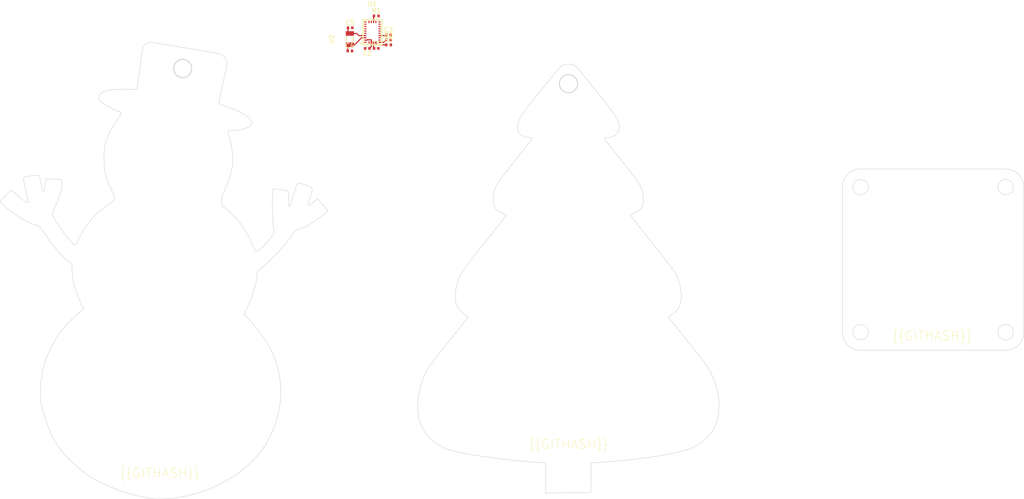
<source format=kicad_pcb>
(kicad_pcb (version 20221018) (generator pcbnew)
  (layers (0 "F.Cu" signal) (31 "B.Cu" signal) (34 "B.Paste" user) (35 "F.Paste" user) (36 "B.SilkS" user "B.Silkscreen") (37 "F.SilkS" user "F.Silkscreen") (38 "B.Mask" user) (39 "F.Mask" user) (44 "Edge.Cuts" user))
  (net 0 "")
  (net 1 "com3")
  (net 2 "gnd")
  (net 3 "ps0")
  (net 4 "ps1")
  (net 5 "pin1")
  (net 6 "vcc")
  (net 7 "pin7")
  (net 8 "pin8")
  (net 9 "cap")
  (net 10 "nreset")
  (net 11 "pin12")
  (net 12 "pin13")
  (net 13 "int")
  (net 14 "com1")
  (net 15 "com0")
  (net 16 "pin21")
  (net 17 "pin22")
  (net 18 "pin23")
  (net 19 "pin24")
  (net 20 "xout32")
  (net 21 "xin32")
  (footprint "lib:C0402" (layer "F.Cu") (at 113.095729 46.61576)
    (fp_text reference "C5" (at 0 -1.16) (layer "F.SilkS"))
    (fp_text value "Multilayer Ceramic Capacitors MLCC - SMD/SMT 20pF 50V 0402 RoHS")
    (fp_line (start -0.107836 -0.36) (end 0.107836 -0.36) (stroke (width 0.12)) (layer "F.SilkS"))
    (fp_line (start -0.107836 0.36) (end 0.107836 0.36) (stroke (width 0.12)) (layer "F.SilkS"))
    (pad "1" smd roundrect (at -0.48 0) (size 0.56 0.62) (layers "F.Cu" "F.Paste" "F.Mask") (net 20 "xout32"))
    (pad "2" smd roundrect (at 0.48 0) (size 0.56 0.62) (layers "F.Cu" "F.Paste" "F.Mask") (net 2 "gnd"))
  )
  (footprint "lib:R0402" (layer "F.Cu") (at 121.562481 50.385318)
    (fp_text reference "R3" (at 0 -1.17) (layer "F.SilkS"))
    (fp_text value "Chip Resistor - Surface Mount 10KOhms ±5% 1/16W 0402 RoHS")
    (fp_line (start -0.153641 -0.38) (end 0.153641 -0.38) (stroke (width 0.12)) (layer "F.SilkS"))
    (fp_line (start -0.153641 0.38) (end 0.153641 0.38) (stroke (width 0.12)) (layer "F.SilkS"))
    (pad "1" smd roundrect (at -0.51 0) (size 0.54 0.64) (layers "F.Cu" "F.Paste" "F.Mask") (net 4 "ps1"))
    (pad "2" smd roundrect (at 0.51 0) (size 0.54 0.64) (layers "F.Cu" "F.Paste" "F.Mask") (net 2 "gnd"))
  )
  (footprint "lib:C0402" (layer "F.Cu") (at 113.03 51.734143)
    (fp_text reference "C4" (at 0 -1.16) (layer "F.SilkS"))
    (fp_text value "Multilayer Ceramic Capacitors MLCC - SMD/SMT 20pF 50V 0402 RoHS")
    (fp_line (start -0.107836 -0.36) (end 0.107836 -0.36) (stroke (width 0.12)) (layer "F.SilkS"))
    (fp_line (start -0.107836 0.36) (end 0.107836 0.36) (stroke (width 0.12)) (layer "F.SilkS"))
    (pad "1" smd roundrect (at -0.48 0) (size 0.56 0.62) (layers "F.Cu" "F.Paste" "F.Mask") (net 21 "xin32"))
    (pad "2" smd roundrect (at 0.48 0) (size 0.56 0.62) (layers "F.Cu" "F.Paste" "F.Mask") (net 2 "gnd"))
  )
  (footprint "lib:R0402" (layer "F.Cu") (at 121.539379 49.287988)
    (fp_text reference "R2" (at 0 -1.17) (layer "F.SilkS"))
    (fp_text value "Chip Resistor - Surface Mount 10KOhms ±5% 1/16W 0402 RoHS")
    (fp_line (start -0.153641 -0.38) (end 0.153641 -0.38) (stroke (width 0.12)) (layer "F.SilkS"))
    (fp_line (start -0.153641 0.38) (end 0.153641 0.38) (stroke (width 0.12)) (layer "F.SilkS"))
    (pad "1" smd roundrect (at -0.51 0) (size 0.54 0.64) (layers "F.Cu" "F.Paste" "F.Mask") (net 3 "ps0"))
    (pad "2" smd roundrect (at 0.51 0) (size 0.54 0.64) (layers "F.Cu" "F.Paste" "F.Mask") (net 2 "gnd"))
  )
  (footprint "lib:C0402" (layer "F.Cu") (at 121.546363 48.215391)
    (fp_text reference "C3" (at 0 -1.16) (layer "F.SilkS"))
    (fp_text value "Multilayer Ceramic Capacitors MLCC - SMD/SMT 100nF 10V 0402 RoHS")
    (fp_line (start -0.107836 -0.36) (end 0.107836 -0.36) (stroke (width 0.12)) (layer "F.SilkS"))
    (fp_line (start -0.107836 0.36) (end 0.107836 0.36) (stroke (width 0.12)) (layer "F.SilkS"))
    (pad "1" smd roundrect (at -0.48 0) (size 0.56 0.62) (layers "F.Cu" "F.Paste" "F.Mask") (net 9 "cap"))
    (pad "2" smd roundrect (at 0.48 0) (size 0.56 0.62) (layers "F.Cu" "F.Paste" "F.Mask") (net 2 "gnd"))
  )
  (footprint "lib:FC-135R_L3.2-W1.5" (layer "F.Cu") (at 113.03 49.129791 90)
    (fp_text reference "U2" (at 0 -4 90) (layer "F.SilkS"))
    (fp_text value "")
    (fp_line (start -0.51 -0.76) (end 0.51 -0.76) (stroke (width 0.25)) (layer "F.SilkS"))
    (fp_line (start 0.51 0.76) (end -0.51 0.76) (stroke (width 0.25)) (layer "F.SilkS"))
    (pad "1" smd rect (at -1.25 0 180) (size 1.8 1) (layers "F.Cu" "F.Paste" "F.Mask") (net 21 "xin32"))
    (pad "2" smd rect (at 1.25 0 180) (size 1.8 1) (layers "F.Cu" "F.Paste" "F.Mask") (net 20 "xout32"))
  )
  (footprint "lib:C0402" (layer "F.Cu") (at 116.876097 51.168269 180)
    (fp_text reference "C2" (at 0 -1.16) (layer "F.SilkS"))
    (fp_text value "Multilayer Ceramic Capacitors MLCC - SMD/SMT 1uF 6.3V 0402 RoHS")
    (fp_line (start -0.107836 -0.36) (end 0.107836 -0.36) (stroke (width 0.12)) (layer "F.SilkS"))
    (fp_line (start -0.107836 0.36) (end 0.107836 0.36) (stroke (width 0.12)) (layer "F.SilkS"))
    (pad "1" smd roundrect (at -0.48 0 180) (size 0.56 0.62) (layers "F.Cu" "F.Paste" "F.Mask") (net 6 "vcc"))
    (pad "2" smd roundrect (at 0.48 0 180) (size 0.56 0.62) (layers "F.Cu" "F.Paste" "F.Mask") (net 2 "gnd"))
  )
  (footprint "lib:C0402" (layer "F.Cu") (at 118.838305 51.165434)
    (fp_text reference "C1" (at 0 -1.16) (layer "F.SilkS"))
    (fp_text value "Multilayer Ceramic Capacitors MLCC - SMD/SMT 100nF 10V 0402 RoHS")
    (fp_line (start -0.107836 -0.36) (end 0.107836 -0.36) (stroke (width 0.12)) (layer "F.SilkS"))
    (fp_line (start -0.107836 0.36) (end 0.107836 0.36) (stroke (width 0.12)) (layer "F.SilkS"))
    (pad "1" smd roundrect (at -0.48 0) (size 0.56 0.62) (layers "F.Cu" "F.Paste" "F.Mask") (net 6 "vcc"))
    (pad "2" smd roundrect (at 0.48 0) (size 0.56 0.62) (layers "F.Cu" "F.Paste" "F.Mask") (net 2 "gnd"))
  )
  (footprint "lib:LGA-28_L5.2-W3.8-P0.50-BL" (layer "F.Cu") (at 118.005 47.59)
    (fp_text reference "U1" (at 0 -6.25) (layer "F.SilkS"))
    (fp_text value "")
    (fp_line (start -2.08 -2.75) (end -2.08 2.75) (stroke (width 0.25)) (layer "F.SilkS"))
    (fp_line (start -2.08 -2.75) (end 2.09 -2.75) (stroke (width 0.25)) (layer "F.SilkS"))
    (fp_line (start -2.08 2.75) (end 2.09 2.75) (stroke (width 0.25)) (layer "F.SilkS"))
    (fp_line (start 2.09 2.75) (end 2.09 -2.75) (stroke (width 0.25)) (layer "F.SilkS"))
    (fp_circle (center -2.56 2.47) (end -2.46 2.47) (stroke (width 0.2)) (fill none) (layer "F.SilkS"))
    (pad "1" smd rect (at -1.56 2.25 90) (size 0.25 0.5) (layers "F.Cu" "F.Paste" "F.Mask") (net 5 "pin1"))
    (pad "2" smd rect (at -0.75 2.25 180) (size 0.25 0.5) (layers "F.Cu" "F.Paste" "F.Mask") (net 2 "gnd"))
    (pad "3" smd rect (at -0.25 2.25 180) (size 0.25 0.5) (layers "F.Cu" "F.Paste" "F.Mask") (net 6 "vcc"))
    (pad "4" smd rect (at 0.25 2.25 180) (size 0.25 0.5) (layers "F.Cu" "F.Paste" "F.Mask") (net 6 "vcc"))
    (pad "5" smd rect (at 0.75 2.25 180) (size 0.25 0.5) (layers "F.Cu" "F.Paste" "F.Mask") (net 4 "ps1"))
    (pad "6" smd rect (at 1.56 2.25 270) (size 0.25 0.5) (layers "F.Cu" "F.Paste" "F.Mask") (net 3 "ps0"))
    (pad "7" smd rect (at 1.56 1.75 270) (size 0.25 0.5) (layers "F.Cu" "F.Paste" "F.Mask") (net 7 "pin7"))
    (pad "8" smd rect (at 1.56 1.25 270) (size 0.25 0.5) (layers "F.Cu" "F.Paste" "F.Mask") (net 8 "pin8"))
    (pad "9" smd rect (at 1.56 0.75 270) (size 0.25 0.5) (layers "F.Cu" "F.Paste" "F.Mask") (net 9 "cap"))
    (pad "10" smd rect (at 1.56 0.25 270) (size 0.25 0.5) (layers "F.Cu" "F.Paste" "F.Mask") (net 2 "gnd"))
    (pad "11" smd rect (at 1.56 -0.25 270) (size 0.25 0.5) (layers "F.Cu" "F.Paste" "F.Mask") (net 10 "nreset"))
    (pad "12" smd rect (at 1.56 -0.75 270) (size 0.25 0.5) (layers "F.Cu" "F.Paste" "F.Mask") (net 11 "pin12"))
    (pad "13" smd rect (at 1.56 -1.25 270) (size 0.25 0.5) (layers "F.Cu" "F.Paste" "F.Mask") (net 12 "pin13"))
    (pad "14" smd rect (at 1.56 -1.75 270) (size 0.25 0.5) (layers "F.Cu" "F.Paste" "F.Mask") (net 13 "int"))
    (pad "15" smd rect (at 1.56 -2.25 270) (size 0.25 0.5) (layers "F.Cu" "F.Paste" "F.Mask") (net 2 "gnd"))
    (pad "16" smd rect (at 0.75 -2.25) (size 0.25 0.5) (layers "F.Cu" "F.Paste" "F.Mask") (net 2 "gnd"))
    (pad "17" smd rect (at 0.25 -2.25) (size 0.25 0.5) (layers "F.Cu" "F.Paste" "F.Mask") (net 1 "com3"))
    (pad "18" smd rect (at -0.25 -2.25) (size 0.25 0.5) (layers "F.Cu" "F.Paste" "F.Mask") (net 2 "gnd"))
    (pad "19" smd rect (at -0.75 -2.25) (size 0.25 0.5) (layers "F.Cu" "F.Paste" "F.Mask") (net 14 "com1"))
    (pad "20" smd rect (at -1.56 -2.25 90) (size 0.25 0.5) (layers "F.Cu" "F.Paste" "F.Mask") (net 15 "com0"))
    (pad "21" smd rect (at -1.56 -1.75 90) (size 0.25 0.5) (layers "F.Cu" "F.Paste" "F.Mask") (net 16 "pin21"))
    (pad "22" smd rect (at -1.56 -1.25 90) (size 0.25 0.5) (layers "F.Cu" "F.Paste" "F.Mask") (net 17 "pin22"))
    (pad "23" smd rect (at -1.56 -0.75 90) (size 0.25 0.5) (layers "F.Cu" "F.Paste" "F.Mask") (net 18 "pin23"))
    (pad "24" smd rect (at -1.56 -0.25 90) (size 0.25 0.5) (layers "F.Cu" "F.Paste" "F.Mask") (net 19 "pin24"))
    (pad "25" smd rect (at -1.56 0.25 90) (size 0.25 0.5) (layers "F.Cu" "F.Paste" "F.Mask") (net 2 "gnd"))
    (pad "26" smd rect (at -1.56 0.75 90) (size 0.25 0.5) (layers "F.Cu" "F.Paste" "F.Mask") (net 20 "xout32"))
    (pad "27" smd rect (at -1.56 1.25 90) (size 0.25 0.5) (layers "F.Cu" "F.Paste" "F.Mask") (net 21 "xin32"))
    (pad "28" smd rect (at -1.56 1.75 90) (size 0.25 0.5) (layers "F.Cu" "F.Paste" "F.Mask") (net 6 "vcc"))
  )
  (footprint "lib:R0402" (layer "F.Cu") (at 118.848035 43.997706)
    (fp_text reference "R1" (at 0 -1.17) (layer "F.SilkS"))
    (fp_text value "Chip Resistor - Surface Mount 10KOhms ±5% 1/16W 0402 RoHS")
    (fp_line (start -0.153641 -0.38) (end 0.153641 -0.38) (stroke (width 0.12)) (layer "F.SilkS"))
    (fp_line (start -0.153641 0.38) (end 0.153641 0.38) (stroke (width 0.12)) (layer "F.SilkS"))
    (pad "1" smd roundrect (at -0.51 0) (size 0.54 0.64) (layers "F.Cu" "F.Paste" "F.Mask") (net 1 "com3"))
    (pad "2" smd roundrect (at 0.51 0) (size 0.54 0.64) (layers "F.Cu" "F.Paste" "F.Mask") (net 2 "gnd"))
  )
  (gr_circle (center 225.62 81.79) (end 227.32 81.79) (stroke (width 0.1)) (fill none) (layer "Edge.Cuts"))
  (gr_circle (center 257.62 113.79) (end 259.32 113.79) (stroke (width 0.1)) (fill none) (layer "Edge.Cuts"))
  (gr_circle (center 257.62 81.79) (end 259.32 81.79) (stroke (width 0.1)) (fill none) (layer "Edge.Cuts"))
  (gr_poly (pts (xy 75.142222 50.797022) (xy 79.756606 51.568267) (xy 82.366969 51.99203) (xy 83.019066 52.095762) (xy 83.303876 52.146979) (xy 83.563537 52.198618) (xy 83.799806 52.251323) (xy 84.01444 52.305736) (xy 84.209196 52.362498) (xy 84.385831 52.422252) (xy 84.546102 52.485641) (xy 84.691766 52.553306) (xy 84.824581 52.62589) (xy 84.946303 52.704035) (xy 85.05869 52.788383) (xy 85.163499 52.879577) (xy 85.262486 52.978258) (xy 85.357409 53.08507) (xy 85.479286 53.234958) (xy 85.586233 53.378736) (xy 85.634185 53.44915) (xy 85.678498 53.519015) (xy 85.719202 53.588656) (xy 85.75633 53.658402) (xy 85.789911 53.728576) (xy 85.819976 53.799506) (xy 85.846558 53.871517) (xy 85.869686 53.944936) (xy 85.889392 54.020089) (xy 85.905707 54.097301) (xy 85.918662 54.176899) (xy 85.928287 54.259209) (xy 85.934615 54.344557) (xy 85.937675 54.433269) (xy 85.937499 54.525672) (xy 85.934119 54.62209) (xy 85.927564 54.722851) (xy 85.917866 54.82828) (xy 85.889166 55.054449) (xy 85.848266 55.303204) (xy 85.795414 55.577155) (xy 85.730859 55.878909) (xy 85.654849 56.211077) (xy 84.878546 59.55341) (xy 84.657875 60.550977) (xy 84.450892 61.532488) (xy 84.331406 62.116419) (xy 84.229648 62.629765) (xy 84.15639 63.017063) (xy 84.122409 63.222849) (xy 84.123062 63.236814) (xy 84.127967 63.251873) (xy 84.137065 63.268001) (xy 84.150302 63.285171) (xy 84.167619 63.303357) (xy 84.188962 63.322534) (xy 84.214273 63.342674) (xy 84.243497 63.363751) (xy 84.313454 63.408613) (xy 84.398381 63.456909) (xy 84.497828 63.50843) (xy 84.611342 63.562966) (xy 84.738473 63.620306) (xy 84.878767 63.680241) (xy 85.031775 63.742561) (xy 85.197043 63.807056) (xy 85.374121 63.873515) (xy 85.562558 63.94173) (xy 85.7619 64.011489) (xy 85.971698 64.082583) (xy 86.585981 64.296029) (xy 87.172975 64.516947) (xy 87.730729 64.744054) (xy 88.257293 64.976069) (xy 88.75072 65.211708) (xy 89.209058 65.449689) (xy 89.63036 65.68873) (xy 90.012676 65.927548) (xy 90.354056 66.16486) (xy 90.652552 66.399385) (xy 90.906214 66.629839) (xy 91.113092 66.85494) (xy 91.271238 67.073405) (xy 91.378702 67.283953) (xy 91.412819 67.385857) (xy 91.433535 67.485301) (xy 91.440605 67.582123) (xy 91.433787 67.676165) (xy 91.41712 67.753004) (xy 91.390362 67.829368) (xy 91.35383 67.905131) (xy 91.307839 67.980165) (xy 91.252707 68.054343) (xy 91.188749 68.12754) (xy 91.116281 68.199626) (xy 91.03562 68.270477) (xy 90.947082 68.339964) (xy 90.850984 68.407961) (xy 90.747641 68.47434) (xy 90.637371 68.538975) (xy 90.520488 68.601739) (xy 90.39731 68.662505) (xy 90.268153 68.721145) (xy 90.133332 68.777534) (xy 89.993165 68.831543) (xy 89.847967 68.883047) (xy 89.543745 68.978027) (xy 89.223197 69.06146) (xy 88.888852 69.132329) (xy 88.54324 69.189618) (xy 88.188892 69.232313) (xy 88.009232 69.24787) (xy 87.828337 69.259397) (xy 87.646523 69.266767) (xy 87.464106 69.269854) (xy 87.202959 69.272042) (xy 86.97453 69.277492) (xy 86.777472 69.288473) (xy 86.690288 69.296746) (xy 86.610443 69.307253) (xy 86.537768 69.320276) (xy 86.472096 69.3361) (xy 86.413258 69.355009) (xy 86.361087 69.377285) (xy 86.315414 69.403211) (xy 86.276071 69.433073) (xy 86.24289 69.467154) (xy 86.215703 69.505736) (xy 86.194342 69.549103) (xy 86.178638 69.59754) (xy 86.168424 69.65133) (xy 86.163532 69.710755) (xy 86.163793 69.776101) (xy 86.169039 69.847649) (xy 86.179102 69.925685) (xy 86.193814 70.010491) (xy 86.236514 70.20155) (xy 86.295792 70.423093) (xy 86.370304 70.677389) (xy 86.458705 70.966708) (xy 86.582128 71.384478) (xy 86.694998 71.803093) (xy 86.797211 72.221567) (xy 86.888665 72.638919) (xy 86.969257 73.054166) (xy 87.038885 73.466323) (xy 87.097447 73.874409) (xy 87.144838 74.277439) (xy 87.180958 74.674432) (xy 87.205702 75.064404) (xy 87.21897 75.446371) (xy 87.220657 75.819352) (xy 87.210662 76.182361) (xy 87.188881 76.534418) (xy 87.155212 76.874538) (xy 87.109553 77.201739) (xy 86.986123 77.871628) (xy 86.830027 78.558912) (xy 86.643845 79.255662) (xy 86.430157 79.953949) (xy 86.19154 80.645848) (xy 85.930575 81.323429) (xy 85.649841 81.978766) (xy 85.351916 82.60393) (xy 85.189192 82.938586) (xy 85.118752 83.093315) (xy 85.055229 83.240939) (xy 84.998352 83.382431) (xy 84.947849 83.518761) (xy 84.903447 83.650903) (xy 84.864875 83.779828) (xy 84.831859 83.906506) (xy 84.804129 84.031911) (xy 84.781412 84.157013) (xy 84.763435 84.282785) (xy 84.749927 84.410197) (xy 84.740615 84.540223) (xy 84.735228 84.673833) (xy 84.733493 84.811999) (xy 84.736223 85.129082) (xy 84.741369 85.261496) (xy 84.750575 85.379459) (xy 84.764997 85.485194) (xy 84.774524 85.534172) (xy 84.785789 85.580928) (xy 84.798934 85.625739) (xy 84.814106 85.668884) (xy 84.831447 85.710641) (xy 84.851104 85.751288) (xy 84.873219 85.791103) (xy 84.897937 85.830364) (xy 84.925403 85.869349) (xy 84.955761 85.908337) (xy 84.989155 85.947605) (xy 85.02573 85.987432) (xy 85.109 86.069873) (xy 85.206725 86.157886) (xy 85.320061 86.253696) (xy 85.598185 86.477602) (xy 86.096863 86.886277) (xy 86.577755 87.306529) (xy 87.04138 87.739064) (xy 87.488258 88.184586) (xy 87.918909 88.6438) (xy 88.333852 89.117412) (xy 88.733607 89.606125) (xy 89.118694 90.110646) (xy 89.489632 90.631678) (xy 89.846941 91.169927) (xy 90.19114 91.726098) (xy 90.52275 92.300895) (xy 90.84229 92.895024) (xy 91.150279 93.509189) (xy 91.447237 94.144095) (xy 91.733683 94.800448) (xy 91.84059 95.047283) (xy 91.945802 95.277558) (xy 92.046625 95.486234) (xy 92.140364 95.668271) (xy 92.224324 95.818627) (xy 92.295813 95.932265) (xy 92.326039 95.973739) (xy 92.352136 96.004143) (xy 92.373767 96.022848) (xy 92.382804 96.027616) (xy 92.390597 96.029223) (xy 92.399173 96.028006) (xy 92.410522 96.024397) (xy 92.441219 96.010237) (xy 92.482045 95.987221) (xy 92.53236 95.955824) (xy 92.591521 95.916524) (xy 92.658887 95.869798) (xy 92.815666 95.755976) (xy 92.997564 95.618173) (xy 93.199447 95.460204) (xy 93.416182 95.285885) (xy 93.642634 95.099032) (xy 93.891007 94.882848) (xy 94.141366 94.648628) (xy 94.390948 94.400061) (xy 94.636991 94.140836) (xy 94.87673 93.874641) (xy 95.107403 93.605164) (xy 95.326247 93.336095) (xy 95.530498 93.071122) (xy 95.717394 92.813933) (xy 95.884171 92.568218) (xy 96.028066 92.337665) (xy 96.146316 92.125962) (xy 96.236159 91.936798) (xy 96.294829 91.773863) (xy 96.311612 91.703383) (xy 96.319566 91.640844) (xy 96.318345 91.586706) (xy 96.307605 91.54143) (xy 96.264441 91.378418) (xy 96.221593 91.121805) (xy 96.138989 90.373142) (xy 96.064068 89.386161) (xy 96.001109 88.251583) (xy 95.954389 87.060129) (xy 95.928186 85.902519) (xy 95.926777 84.869474) (xy 95.95444 84.051714) (xy 96.07471 82.177477) (xy 97.36716 82.304781) (xy 98.13507 82.379263) (xy 98.441266 82.413109) (xy 98.700599 82.449744) (xy 98.916803 82.492956) (xy 99.009898 82.518212) (xy 99.09361 82.546534) (xy 99.168406 82.578395) (xy 99.234753 82.614268) (xy 99.293117 82.654627) (xy 99.343964 82.699946) (xy 99.387763 82.750698) (xy 99.424978 82.807357) (xy 99.456076 82.870396) (xy 99.481525 82.94029) (xy 99.501791 83.017511) (xy 99.51734 83.102533) (xy 99.536155 83.297877) (xy 99.541702 83.530109) (xy 99.537716 83.803018) (xy 99.51607 84.486025) (xy 99.501811 85.019341) (xy 99.495778 85.429631) (xy 99.49953 85.727933) (xy 99.505563 85.838537) (xy 99.514626 85.925284) (xy 99.526915 85.989553) (xy 99.542625 86.032723) (xy 99.551823 86.046828) (xy 99.56195 86.056175) (xy 99.573029 86.060938) (xy 99.585085 86.061289) (xy 99.612224 86.049443) (xy 99.643564 86.022019) (xy 99.679299 85.980395) (xy 99.719623 85.925951) (xy 99.770963 85.835961) (xy 99.83738 85.6921) (xy 100.00736 85.267042) (xy 100.213404 84.699332) (xy 100.439353 84.037526) (xy 100.669049 83.330178) (xy 100.886332 82.625845) (xy 101.075044 81.973082) (xy 101.219027 81.420443) (xy 101.232451 81.367288) (xy 101.246658 81.317349) (xy 101.261814 81.270604) (xy 101.278084 81.227032) (xy 101.295634 81.186611) (xy 101.314631 81.149321) (xy 101.33524 81.115138) (xy 101.357628 81.084043) (xy 101.381959 81.056013) (xy 101.4084 81.031027) (xy 101.437117 81.009064) (xy 101.468275 80.990102) (xy 101.502041 80.974119) (xy 101.538581 80.961095) (xy 101.578059 80.951007) (xy 101.620643 80.943835) (xy 101.666497 80.939556) (xy 101.715788 80.938149) (xy 101.768682 80.939594) (xy 101.825345 80.943867) (xy 101.885942 80.950949) (xy 101.950639 80.960817) (xy 102.019603 80.97345) (xy 102.092998 80.988826) (xy 102.170992 81.006924) (xy 102.253749 81.027723) (xy 102.434219 81.077337) (xy 102.635734 81.137495) (xy 102.859622 81.208025) (xy 103.581471 81.438726) (xy 103.868146 81.535185) (xy 104.108644 81.625316) (xy 104.212356 81.669476) (xy 104.305459 81.713816) (xy 104.388264 81.758923) (xy 104.461082 81.805384) (xy 104.524226 81.853787) (xy 104.578006 81.904719) (xy 104.622735 81.958768) (xy 104.658725 82.01652) (xy 104.686285 82.078563) (xy 104.705729 82.145484) (xy 104.717368 82.217871) (xy 104.721513 82.296311) (xy 104.718476 82.381392) (xy 104.708568 82.4737) (xy 104.692102 82.573823) (xy 104.669388 82.682348) (xy 104.606464 82.926954) (xy 104.522289 83.212218) (xy 104.300158 83.92351) (xy 104.076968 84.658354) (xy 103.993442 84.95378) (xy 103.929762 85.203046) (xy 103.886777 85.407528) (xy 103.865337 85.568604) (xy 103.862962 85.633296) (xy 103.866292 85.687652) (xy 103.875434 85.731846) (xy 103.890492 85.766049) (xy 103.911574 85.790433) (xy 103.938786 85.805172) (xy 103.972234 85.810436) (xy 104.012025 85.806398) (xy 104.058263 85.79323) (xy 104.111056 85.771105) (xy 104.236732 85.700671) (xy 104.3899 85.596472) (xy 104.571411 85.459887) (xy 105.02286 85.095065) (xy 105.918216 84.355181) (xy 106.388476 84.86751) (xy 106.496975 84.987739) (xy 106.625318 85.133369) (xy 106.92254 85.478508) (xy 107.242155 85.858286) (xy 107.546176 86.22806) (xy 108.2336 87.076296) (xy 106.72333 88.254687) (xy 106.031007 88.783192) (xy 105.392025 89.245391) (xy 105.089314 89.453516) (xy 104.796071 89.647331) (xy 104.511007 89.827593) (xy 104.232833 89.995056) (xy 103.960259 90.150478) (xy 103.691998 90.294613) (xy 103.426759 90.428217) (xy 103.163254 90.552046) (xy 102.900193 90.666855) (xy 102.636288 90.773401) (xy 102.370249 90.872439) (xy 102.100787 90.964724) (xy 101.955978 91.013649) (xy 101.818902 91.062832) (xy 101.689432 91.112348) (xy 101.567439 91.162273) (xy 101.452795 91.212683) (xy 101.345371 91.263651) (xy 101.245039 91.315254) (xy 101.151671 91.367567) (xy 101.065138 91.420665) (xy 100.985313 91.474624) (xy 100.912065 91.529517) (xy 100.845269 91.585421) (xy 100.784794 91.642412) (xy 100.730512 91.700563) (xy 100.682296 91.759951) (xy 100.640017 91.82065) (xy 100.313962 92.312951) (xy 99.958065 92.82026) (xy 99.575318 93.339289) (xy 99.168711 93.866747) (xy 98.741234 94.399346) (xy 98.295878 94.933795) (xy 97.835635 95.466804) (xy 97.363494 95.995083) (xy 96.882446 96.515343) (xy 96.395482 97.024295) (xy 95.905593 97.518647) (xy 95.415769 97.995111) (xy 94.929002 98.450396) (xy 94.44828 98.881213) (xy 93.976596 99.284272) (xy 93.51694 99.656283) (xy 93.364132 99.777198) (xy 93.228349 99.887118) (xy 93.108601 99.987555) (xy 93.003899 100.080022) (xy 92.913256 100.166032) (xy 92.835682 100.247098) (xy 92.770188 100.324733) (xy 92.741662 100.362737) (xy 92.715786 100.40045) (xy 92.692435 100.438062) (xy 92.671487 100.475762) (xy 92.652817 100.513738) (xy 92.636302 100.552181) (xy 92.621819 100.591279) (xy 92.609244 100.631221) (xy 92.589322 100.714395) (xy 92.575548 100.803215) (xy 92.566934 100.899195) (xy 92.56249 101.003847) (xy 92.561229 101.118685) (xy 92.548214 101.459191) (xy 92.510172 101.840399) (xy 92.448603 102.257479) (xy 92.365007 102.705605) (xy 92.260885 103.179948) (xy 92.137739 103.675679) (xy 91.997068 104.187971) (xy 91.840373 104.711996) (xy 91.669155 105.242926) (xy 91.484915 105.775933) (xy 91.289154 106.306188) (xy 91.083372 106.828864) (xy 90.86907 107.339132) (xy 90.647749 107.832164) (xy 90.420909 108.303133) (xy 90.190051 108.74721) (xy 89.658061 109.729433) (xy 90.799319 111.025652) (xy 91.552256 111.894452) (xy 92.247519 112.726345) (xy 92.887901 113.52649) (xy 93.476195 114.300047) (xy 94.015193 115.052178) (xy 94.507688 115.788042) (xy 94.956473 116.5128) (xy 95.364341 117.231612) (xy 95.734083 117.949638) (xy 96.068493 118.672038) (xy 96.370364 119.403974) (xy 96.642488 120.150605) (xy 96.887657 120.917091) (xy 97.108665 121.708593) (xy 97.308304 122.530271) (xy 97.489367 123.387286) (xy 97.659586 124.435519) (xy 97.764545 125.512723) (xy 97.805707 126.613102) (xy 97.784533 127.73086) (xy 97.702485 128.860202) (xy 97.561026 129.995332) (xy 97.361618 131.130454) (xy 97.105722 132.259774) (xy 96.794801 133.377494) (xy 96.430316 134.47782) (xy 96.01373 135.554956) (xy 95.546505 136.603107) (xy 95.030102 137.616476) (xy 94.465984 138.589268) (xy 93.855613 139.515689) (xy 93.20045 140.389941) (xy 92.386005 141.350273) (xy 91.510226 142.273552) (xy 90.576227 143.158109) (xy 89.587122 144.002278) (xy 88.546024 144.80439) (xy 87.456048 145.562779) (xy 86.320308 146.275777) (xy 85.141916 146.941716) (xy 83.923988 147.558929) (xy 82.669636 148.125749) (xy 81.381976 148.640508) (xy 80.06412 149.101539) (xy 78.719182 149.507174) (xy 77.350277 149.855747) (xy 75.960518 150.145589) (xy 74.553019 150.375033) (xy 73.862872 150.459306) (xy 73.131633 150.525975) (xy 72.383923 150.574372) (xy 71.644361 150.603827) (xy 70.93757 150.613671) (xy 70.288169 150.603235) (xy 69.720779 150.57185) (xy 69.475532 150.548093) (xy 69.26002 150.518847) (xy 69.260051 150.518832) (xy 67.831835 150.262486) (xy 66.416949 149.953785) (xy 65.016193 149.592984) (xy 63.630368 149.180338) (xy 62.260274 148.716103) (xy 60.90671 148.200532) (xy 59.570477 147.633881) (xy 58.252375 147.016405) (xy 57.283074 146.528505) (xy 56.847829 146.298277) (xy 56.438641 146.072324) (xy 56.050351 145.846994) (xy 55.6778 145.618633) (xy 55.315827 145.383588) (xy 54.959273 145.138205) (xy 54.602979 144.87883) (xy 54.241783 144.601811) (xy 53.870528 144.303492) (xy 53.484054 143.980222) (xy 52.644807 143.244211) (xy 51.682765 142.36455) (xy 51.097036 141.804159) (xy 50.54538 141.238954) (xy 50.025658 140.665073) (xy 49.535731 140.078649) (xy 49.07346 139.475819) (xy 48.636705 138.852719) (xy 48.223328 138.205483) (xy 47.831189 137.530249) (xy 47.458149 136.823151) (xy 47.10207 136.080325) (xy 46.760812 135.297907) (xy 46.432236 134.472032) (xy 46.114202 133.598836) (xy 45.804573 132.674455) (xy 45.501208 131.695024) (xy 45.201968 130.656679) (xy 45.078569 130.147371) (xy 44.978794 129.594224) (xy 44.90231 129.00242) (xy 44.848785 128.377144) (xy 44.817886 127.723579) (xy 44.809281 127.046907) (xy 44.822637 126.352311) (xy 44.857621 125.644974) (xy 44.913901 124.93008) (xy 44.991145 124.212811) (xy 45.089019 123.498351) (xy 45.207191 122.791883) (xy 45.345328 122.098589) (xy 45.503099 121.423652) (xy 45.68017 120.772256) (xy 45.876208 120.149584) (xy 46.005143 119.787909) (xy 46.154924 119.401263) (xy 46.508073 118.570286) (xy 46.917749 117.69111) (xy 47.366047 116.79819) (xy 47.83506 115.92598) (xy 48.306883 115.108937) (xy 48.76361 114.381515) (xy 48.980717 114.062179) (xy 49.187335 113.77817) (xy 49.387433 113.519297) (xy 49.599256 113.255538) (xy 50.056372 112.715109) (xy 50.555279 112.160374) (xy 51.092575 111.594824) (xy 51.664855 111.021952) (xy 52.268718 110.445248) (xy 52.900758 109.868205) (xy 53.557574 109.294314) (xy 54.329783 108.634142) (xy 53.616031 107.110232) (xy 53.390001 106.6154) (xy 53.179365 106.128819) (xy 52.984012 105.650049) (xy 52.803829 105.178652) (xy 52.638704 104.71419) (xy 52.488525 104.256224) (xy 52.353181 103.804315) (xy 52.232559 103.358025) (xy 52.126547 102.916915) (xy 52.035034 102.480548) (xy 51.957906 102.048484) (xy 51.895053 101.620284) (xy 51.846363 101.195511) (xy 51.811722 100.773726) (xy 51.79102 100.35449) (xy 51.784144 99.937365) (xy 51.780657 99.620612) (xy 51.776007 99.482669) (xy 51.769161 99.357285) (xy 51.759927 99.243666) (xy 51.748111 99.141014) (xy 51.733519 99.048534) (xy 51.715958 98.96543) (xy 51.695233 98.890904) (xy 51.671153 98.824161) (xy 51.643523 98.764406) (xy 51.612149 98.71084) (xy 51.576839 98.662669) (xy 51.537399 98.619096) (xy 51.493635 98.579325) (xy 51.445353 98.542559) (xy 51.149902 98.324092) (xy 50.839064 98.073347) (xy 50.514896 97.792628) (xy 50.179453 97.484238) (xy 49.834791 97.150482) (xy 49.482966 96.793665) (xy 49.126033 96.41609) (xy 48.766047 96.020062) (xy 48.405065 95.607885) (xy 48.045142 95.181864) (xy 47.688333 94.744302) (xy 47.336694 94.297504) (xy 46.992281 93.843774) (xy 46.657149 93.385417) (xy 46.333354 92.924737) (xy 46.022952 92.464037) (xy 45.611719 91.844971) (xy 45.279782 91.362091) (xy 45.137757 91.165551) (xy 45.008606 90.995655) (xy 44.89001 90.849933) (xy 44.779654 90.725918) (xy 44.675221 90.621143) (xy 44.574392 90.533138) (xy 44.474852 90.459437) (xy 44.374284 90.397571) (xy 44.27037 90.345073) (xy 44.160793 90.299474) (xy 44.043237 90.258307) (xy 43.915385 90.219103) (xy 43.593888 90.117525) (xy 43.255864 89.996009) (xy 42.903268 89.855657) (xy 42.538058 89.697573) (xy 42.162189 89.522858) (xy 41.777618 89.332616) (xy 41.386301 89.127951) (xy 40.990194 88.909964) (xy 40.591254 88.679759) (xy 40.191438 88.438438) (xy 39.792701 88.187105) (xy 39.396999 87.926862) (xy 39.00629 87.658812) (xy 38.622529 87.384058) (xy 38.247673 87.103703) (xy 37.883677 86.81885) (xy 37.49456 86.502783) (xy 37.131548 86.199554) (xy 36.802586 85.916398) (xy 36.515619 85.660548) (xy 36.278593 85.439239) (xy 36.099452 85.259705) (xy 36.034071 85.187865) (xy 35.986141 85.129182) (xy 35.956654 85.08456) (xy 35.946605 85.054903) (xy 35.948192 85.042433) (xy 35.952903 85.026953) (xy 35.971384 84.987332) (xy 36.001425 84.936776) (xy 36.042403 84.876021) (xy 36.093695 84.805804) (xy 36.154681 84.726859) (xy 36.224736 84.639924) (xy 36.303239 84.545735) (xy 36.389567 84.445026) (xy 36.483097 84.338536) (xy 36.689276 84.11115) (xy 36.916796 83.869466) (xy 37.037003 83.745102) (xy 37.160678 83.619372) (xy 38.374759 82.395922) (xy 39.365809 83.301684) (xy 39.814301 83.698656) (xy 40.266196 84.075272) (xy 40.704205 84.419302) (xy 41.111041 84.718514) (xy 41.469414 84.960676) (xy 41.625024 85.056541) (xy 41.762035 85.133557) (xy 41.878286 85.190195) (xy 41.971615 85.224926) (xy 42.039863 85.236222) (xy 42.063905 85.232603) (xy 42.080867 85.222552) (xy 42.085566 85.215268) (xy 42.089233 85.203934) (xy 42.093537 85.169549) (xy 42.093921 85.120268) (xy 42.090523 85.056964) (xy 42.083485 84.98051) (xy 42.072948 84.891778) (xy 42.059051 84.79164) (xy 42.041937 84.68097) (xy 41.998614 84.43152) (xy 41.944105 84.150408) (xy 41.879534 83.844615) (xy 41.806025 83.52112) (xy 41.578977 82.541169) (xy 41.399614 81.732306) (xy 41.265507 81.079136) (xy 41.174225 80.56626) (xy 41.123338 80.17828) (xy 41.112283 80.026315) (xy 41.110416 79.899799) (xy 41.117432 79.796809) (xy 41.133029 79.71542) (xy 41.156901 79.653706) (xy 41.188746 79.609743) (xy 41.213078 79.592846) (xy 41.252556 79.575085) (xy 41.372962 79.537437) (xy 41.541984 79.497733) (xy 41.751641 79.456905) (xy 42.26094 79.37561) (xy 42.837013 79.301016) (xy 43.416018 79.240586) (xy 43.934111 79.201782) (xy 44.150364 79.192822) (xy 44.327447 79.192067) (xy 44.45738 79.20045) (xy 44.532183 79.218905) (xy 44.538527 79.223215) (xy 44.545097 79.229471) (xy 44.551878 79.23762) (xy 44.558855 79.247608) (xy 44.573336 79.272888) (xy 44.588416 79.304879) (xy 44.603974 79.343154) (xy 44.619887 79.387282) (xy 44.636031 79.436835) (xy 44.652284 79.491383) (xy 44.668525 79.550496) (xy 44.684629 79.613746) (xy 44.700475 79.680703) (xy 44.715939 79.750937) (xy 44.7309 79.82402) (xy 44.745234 79.899521) (xy 44.75882 79.977012) (xy 44.771533 80.056063) (xy 44.946351 81.130774) (xy 45.025944 81.564983) (xy 45.101061 81.931234) (xy 45.172253 82.230134) (xy 45.24007 82.462288) (xy 45.305063 82.628302) (xy 45.336673 82.686696) (xy 45.367783 82.728781) (xy 45.398463 82.754634) (xy 45.428781 82.764331) (xy 45.458807 82.757947) (xy 45.488608 82.735557) (xy 45.518254 82.697238) (xy 45.547814 82.643066) (xy 45.606951 82.487462) (xy 45.666568 82.269351) (xy 45.727218 81.98934) (xy 45.78945 81.648032) (xy 45.853816 81.246035) (xy 46.055377 79.918581) (xy 47.417926 79.96628) (xy 48.109143 79.993687) (xy 48.392021 80.009194) (xy 48.636741 80.027435) (xy 48.846051 80.049559) (xy 49.022696 80.076715) (xy 49.169424 80.110051) (xy 49.288982 80.150717) (xy 49.339431 80.174158) (xy 49.384117 80.199861) (xy 49.423385 80.227972) (xy 49.457577 80.258632) (xy 49.487036 80.291987) (xy 49.512107 80.32818) (xy 49.533132 80.367353) (xy 49.550455 80.409652) (xy 49.575367 80.504197) (xy 49.589592 80.612965) (xy 49.595876 80.737105) (xy 49.596965 80.877764) (xy 49.590289 81.099803) (xy 49.571905 81.336737) (xy 49.542029 81.587807) (xy 49.500879 81.852253) (xy 49.448672 82.129318) (xy 49.385623 82.418243) (xy 49.311951 82.718269) (xy 49.227873 83.028637) (xy 49.133604 83.34859) (xy 49.029362 83.677367) (xy 48.915364 84.014212) (xy 48.791827 84.358364) (xy 48.658967 84.709065) (xy 48.517002 85.065558) (xy 48.366148 85.427082) (xy 48.206622 85.792879) (xy 47.949769 86.374791) (xy 47.755997 86.832451) (xy 47.68104 87.021721) (xy 47.619784 87.188367) (xy 47.571537 87.335205) (xy 47.535609 87.465048) (xy 47.511311 87.580709) (xy 47.497952 87.685002) (xy 47.494842 87.78074) (xy 47.501291 87.870737) (xy 47.516609 87.957807) (xy 47.540106 88.044763) (xy 47.571091 88.134418) (xy 47.608874 88.229586) (xy 47.761079 88.551834) (xy 47.975096 88.939463) (xy 48.241913 89.380584) (xy 48.55252 89.863307) (xy 49.269066 90.905997) (xy 50.052651 91.972411) (xy 50.831193 92.967426) (xy 51.196047 93.408433) (xy 51.532609 93.795921) (xy 51.831869 94.117998) (xy 52.084818 94.362774) (xy 52.282443 94.518359) (xy 52.357694 94.558989) (xy 52.415736 94.572863) (xy 52.426811 94.571375) (xy 52.439084 94.56696) (xy 52.452509 94.559691) (xy 52.467041 94.549641) (xy 52.482633 94.536883) (xy 52.499239 94.521489) (xy 52.516813 94.503532) (xy 52.535309 94.483086) (xy 52.574881 94.435018) (xy 52.617586 94.377866) (xy 52.663055 94.312214) (xy 52.710918 94.238646) (xy 52.760808 94.157745) (xy 52.812354 94.070093) (xy 52.865187 93.976276) (xy 52.918939 93.876875) (xy 52.97324 93.772474) (xy 53.02772 93.663657) (xy 53.082012 93.551007) (xy 53.135745 93.435107) (xy 53.405424 92.869327) (xy 53.69623 92.311615) (xy 54.007442 91.76282) (xy 54.338342 91.223792) (xy 54.688208 90.695381) (xy 55.05632 90.178436) (xy 55.441958 89.673808) (xy 55.844402 89.182347) (xy 56.262932 88.704901) (xy 56.696828 88.242322) (xy 57.145369 87.795459) (xy 57.607836 87.365163) (xy 58.083508 86.952281) (xy 58.571665 86.557666) (xy 59.071586 86.182166) (xy 59.582553 85.826632) (xy 59.914962 85.598282) (xy 60.214172 85.3804) (xy 60.477869 85.17504) (xy 60.595674 85.077698) (xy 60.703732 84.984257) (xy 60.801753 84.894974) (xy 60.889447 84.810106) (xy 60.966524 84.72991) (xy 61.032694 84.654642) (xy 61.087669 84.584559) (xy 61.131158 84.519919) (xy 61.162872 84.460977) (xy 61.182521 84.407992) (xy 61.189444 84.378526) (xy 61.194656 84.347449) (xy 61.198136 84.314702) (xy 61.199864 84.280227) (xy 61.197977 84.205863) (xy 61.188829 84.123892) (xy 61.172254 84.033852) (xy 61.148084 83.935279) (xy 61.116154 83.82771) (xy 61.076297 83.71068) (xy 61.028345 83.583727) (xy 60.972134 83.446388) (xy 60.907495 83.298197) (xy 60.834263 83.138693) (xy 60.75227 82.967412) (xy 60.661351 82.783889) (xy 60.561339 82.587662) (xy 60.452067 82.378268) (xy 60.237971 81.961359) (xy 60.041673 81.555601) (xy 59.862568 81.158484) (xy 59.700049 80.767498) (xy 59.553508 80.380135) (xy 59.422339 79.993885) (xy 59.305935 79.60624) (xy 59.203689 79.21469) (xy 59.114995 78.816725) (xy 59.039245 78.409838) (xy 58.975833 77.991518) (xy 58.924151 77.559256) (xy 58.883594 77.110544) (xy 58.853553 76.642872) (xy 58.833423 76.153731) (xy 58.822596 75.640612) (xy 58.82378 75.019765) (xy 58.843433 74.425285) (xy 58.882591 73.854032) (xy 58.942291 73.302869) (xy 59.023569 72.768658) (xy 59.127459 72.248262) (xy 59.255 71.738542) (xy 59.407225 71.236361) (xy 59.585172 70.73858) (xy 59.789877 70.242062) (xy 60.022374 69.743669) (xy 60.283701 69.240263) (xy 60.574893 68.728705) (xy 60.896986 68.205859) (xy 61.251015 67.668586) (xy 61.638018 67.113749) (xy 61.84244 66.825076) (xy 62.020375 66.566593) (xy 62.17201 66.336298) (xy 62.29753 66.132187) (xy 62.397121 65.95226) (xy 62.470968 65.794512) (xy 62.498296 65.72333) (xy 62.519258 65.656942) (xy 62.533877 65.595098) (xy 62.542176 65.537547) (xy 62.544179 65.484039) (xy 62.539908 65.434323) (xy 62.529387 65.388151) (xy 62.512639 65.34527) (xy 62.489688 65.305431) (xy 62.460556 65.268384) (xy 62.425267 65.233878) (xy 62.383844 65.201662) (xy 62.33631 65.171487) (xy 62.282689 65.143103) (xy 62.157276 65.090703) (xy 62.007792 65.042459) (xy 61.834422 64.996371) (xy 61.657986 64.943069) (xy 61.445562 64.862593) (xy 61.203024 64.758325) (xy 60.93625 64.633653) (xy 60.353499 64.336631) (xy 59.744319 63.998608) (xy 59.155721 63.646664) (xy 58.634716 63.307879) (xy 58.414252 63.151884) (xy 58.228316 63.009334) (xy 58.082783 62.883614) (xy 57.983531 62.778109) (xy 57.869943 62.622242) (xy 57.777351 62.470362) (xy 57.705558 62.322559) (xy 57.654369 62.178917) (xy 57.623588 62.039526) (xy 57.613018 61.904471) (xy 57.622463 61.773839) (xy 57.651728 61.647718) (xy 57.700616 61.526195) (xy 57.768931 61.409356) (xy 57.856477 61.297289) (xy 57.963058 61.190081) (xy 58.088479 61.087819) (xy 58.232542 60.99059) (xy 58.395052 60.89848) (xy 58.575812 60.811578) (xy 58.774627 60.72997) (xy 58.991301 60.653743) (xy 59.225638 60.582984) (xy 59.477441 60.51778) (xy 59.746514 60.458218) (xy 60.032661 60.404385) (xy 60.335687 60.356369) (xy 60.655395 60.314256) (xy 60.991589 60.278134) (xy 61.344073 60.248089) (xy 61.712651 60.224208) (xy 62.097127 60.20658) (xy 62.497305 60.195289) (xy 62.912988 60.190424) (xy 63.343981 60.192072) (xy 63.790088 60.20032) (xy 66.056857 60.258219) (xy 66.273486 58.80189) (xy 66.542465 56.891029) (xy 66.884944 54.341891) (xy 67.190183 52.053843) (xy 67.248082 51.679802) (xy 67.303557 51.37005) (xy 67.359078 51.117137) (xy 67.417116 50.913616) (xy 67.48014 50.752035) (xy 67.55062 50.624945) (xy 67.631027 50.524898) (xy 67.72383 50.444442) (xy 67.831501 50.37613) (xy 67.956508 50.312512) (xy 68.268412 50.169558) (xy 69.100734 49.778315)) (stroke (width 0.1)) (fill none) (layer "Edge.Cuts"))
  (gr_arc (start 261.62 113.79) (mid 260.448427 116.618427) (end 257.62 117.79) (stroke (width 0.1)) (layer "Edge.Cuts"))
  (gr_arc (start 225.62 117.79) (mid 222.791573 116.618427) (end 221.62 113.79) (stroke (width 0.1)) (layer "Edge.Cuts"))
  (gr_line (start 261.62 113.79) (end 261.62 81.79) (stroke (width 0.1)) (layer "Edge.Cuts"))
  (gr_circle (center 161.229974 58.946031) (end 163.229974 58.946031) (stroke (width 0.2)) (fill none) (layer "Edge.Cuts"))
  (gr_line (start 221.62 81.79) (end 221.62 113.79) (stroke (width 0.1)) (layer "Edge.Cuts"))
  (gr_arc (start 257.62 77.79) (mid 260.448427 78.961573) (end 261.62 81.79) (stroke (width 0.1)) (layer "Edge.Cuts"))
  (gr_poly (pts (xy 161.429183 54.643361) (xy 161.588699 54.648976) (xy 161.743405 54.660128) (xy 161.8913 54.67685) (xy 162.030385 54.699174) (xy 162.158659 54.727132) (xy 162.274122 54.760758) (xy 162.374774 54.800082) (xy 162.418214 54.822065) (xy 162.465501 54.850416) (xy 162.517128 54.885713) (xy 162.573587 54.928531) (xy 162.702967 55.039035) (xy 162.857578 55.186538) (xy 163.041357 55.37565) (xy 163.258241 55.610981) (xy 163.512165 55.897139) (xy 163.807067 56.238735) (xy 164.146884 56.640378) (xy 164.53555 57.106678) (xy 164.977005 57.642244) (xy 165.475183 58.251687) (xy 166.657456 59.710639) (xy 168.113864 61.520411) (xy 169.490282 63.25197) (xy 170.562092 64.650979) (xy 170.993296 65.243203) (xy 171.359779 65.7732) (xy 171.665351 66.247941) (xy 171.913823 66.674396) (xy 172.109006 67.059535) (xy 172.254708 67.41033) (xy 172.354741 67.733749) (xy 172.412915 68.036764) (xy 172.433041 68.326344) (xy 172.418927 68.609461) (xy 172.374385 68.893084) (xy 172.303226 69.184183) (xy 172.274597 69.278158) (xy 172.242 69.369887) (xy 172.205507 69.459324) (xy 172.165188 69.546423) (xy 172.121114 69.631137) (xy 172.073357 69.713419) (xy 172.021987 69.793223) (xy 171.967076 69.870502) (xy 171.908694 69.945208) (xy 171.846914 70.017296) (xy 171.781806 70.08672) (xy 171.71344 70.153431) (xy 171.641889 70.217383) (xy 171.567223 70.278531) (xy 171.489513 70.336826) (xy 171.408831 70.392223) (xy 171.325247 70.444674) (xy 171.238833 70.494134) (xy 171.14966 70.540554) (xy 171.057799 70.58389) (xy 170.96332 70.624093) (xy 170.866295 70.661118) (xy 170.766796 70.694917) (xy 170.664893 70.725444) (xy 170.560657 70.752652) (xy 170.45416 70.776495) (xy 170.345472 70.796926) (xy 170.234664 70.813898) (xy 170.121809 70.827364) (xy 170.006976 70.837278) (xy 169.890237 70.843593) (xy 169.771663 70.846262) (xy 169.726607 70.847177) (xy 169.681188 70.849133) (xy 169.590479 70.855957) (xy 169.501974 70.8663) (xy 169.418107 70.879728) (xy 169.378675 70.887463) (xy 169.341315 70.895806) (xy 169.306334 70.904703) (xy 169.274034 70.9141) (xy 169.244721 70.923942) (xy 169.218699 70.934176) (xy 169.196272 70.944746) (xy 169.177745 70.955599) (xy 169.171643 70.965792) (xy 169.172154 70.983757) (xy 169.17922 71.009417) (xy 169.192785 71.042693) (xy 169.239181 71.131786) (xy 169.310885 71.250417) (xy 169.407439 71.397965) (xy 169.528385 71.573811) (xy 169.673265 71.777334) (xy 169.841623 72.007915) (xy 170.246938 72.547768) (xy 170.740668 73.18841) (xy 171.319154 73.924882) (xy 171.978732 74.752222) (xy 174.641332 78.093405) (xy 175.537111 79.246786) (xy 176.200008 80.134787) (xy 176.673118 80.816979) (xy 176.99954 81.352933) (xy 177.222371 81.802218) (xy 177.384708 82.224406) (xy 177.462833 82.472098) (xy 177.531331 82.72855) (xy 177.59016 82.991701) (xy 177.639284 83.259489) (xy 177.678662 83.529854) (xy 177.708257 83.800735) (xy 177.728028 84.070071) (xy 177.737937 84.335802) (xy 177.737946 84.595867) (xy 177.728014 84.848205) (xy 177.708104 85.090755) (xy 177.678176 85.321456) (xy 177.638191 85.538248) (xy 177.588111 85.739069) (xy 177.527896 85.92186) (xy 177.457507 86.084559) (xy 177.391656 86.207668) (xy 177.318059 86.327563) (xy 177.236853 86.444134) (xy 177.148173 86.557272) (xy 177.052156 86.666869) (xy 176.948938 86.772814) (xy 176.838657 86.874999) (xy 176.721448 86.973315) (xy 176.597448 87.067652) (xy 176.466794 87.157903) (xy 176.32962 87.243956) (xy 176.186065 87.325705) (xy 176.036265 87.403039) (xy 175.880355 87.475849) (xy 175.718473 87.544027) (xy 175.550754 87.607462) (xy 175.482045 87.632835) (xy 175.415483 87.658969) (xy 175.351405 87.685667) (xy 175.290146 87.712731) (xy 175.23204 87.739963) (xy 175.177423 87.767164) (xy 175.126631 87.794136) (xy 175.079997 87.820681) (xy 175.037859 87.846601) (xy 175.00055 87.871698) (xy 174.968407 87.895773) (xy 174.941764 87.918629) (xy 174.920956 87.940066) (xy 174.90632 87.959888) (xy 174.898189 87.977896) (xy 174.896668 87.986157) (xy 174.8969 87.993891) (xy 174.922027 88.037315) (xy 174.991394 88.135797) (xy 175.25375 88.486297) (xy 176.209258 89.720013) (xy 177.617844 91.508896) (xy 179.333926 93.666804) (xy 181.092323 95.879526) (xy 182.616098 97.817656) (xy 183.742073 99.272256) (xy 184.307071 100.034388) (xy 184.515284 100.360502) (xy 184.7117 100.694247) (xy 184.896111 101.034954) (xy 185.068309 101.381957) (xy 185.228084 101.734588) (xy 185.375229 102.092181) (xy 185.509535 102.454068) (xy 185.630794 102.819582) (xy 185.738797 103.188056) (xy 185.833335 103.558822) (xy 185.914201 103.931214) (xy 185.981186 104.304563) (xy 186.034081 104.678204) (xy 186.072678 105.051468) (xy 186.096768 105.423689) (xy 186.106143 105.794199) (xy 186.105091 106.172735) (xy 186.095928 106.491761) (xy 186.087599 106.633067) (xy 186.076394 106.764426) (xy 186.062032 106.887483) (xy 186.044229 107.003882) (xy 186.022703 107.115265) (xy 185.997171 107.223277) (xy 185.967351 107.329562) (xy 185.932961 107.435763) (xy 185.893716 107.543524) (xy 185.849336 107.654488) (xy 185.744037 107.892603) (xy 185.654537 108.079442) (xy 185.563285 108.257402) (xy 185.469989 108.426825) (xy 185.374358 108.588053) (xy 185.276102 108.741425) (xy 185.174928 108.887283) (xy 185.070547 109.025968) (xy 184.962667 109.15782) (xy 184.850997 109.283181) (xy 184.735246 109.402392) (xy 184.615122 109.515794) (xy 184.490336 109.623727) (xy 184.360596 109.726532) (xy 184.22561 109.824551) (xy 184.085088 109.918125) (xy 183.938739 110.007593) (xy 183.810996 110.084401) (xy 183.691836 110.159793) (xy 183.583867 110.231854) (xy 183.489696 110.298666) (xy 183.41193 110.358313) (xy 183.380014 110.384851) (xy 183.353176 110.408878) (xy 183.331744 110.430155) (xy 183.316042 110.448443) (xy 183.306397 110.463502) (xy 183.303947 110.469746) (xy 183.303134 110.475092) (xy 183.318272 110.503511) (xy 183.362609 110.567965) (xy 183.532916 110.797359) (xy 183.802115 111.148045) (xy 184.158269 111.604794) (xy 185.08369 112.775559) (xy 186.213672 114.187815) (xy 189.362188 118.120691) (xy 190.402126 119.447898) (xy 191.169656 120.462983) (xy 191.727633 121.251467) (xy 192.13891 121.898876) (xy 192.466342 122.490732) (xy 192.772785 123.112559) (xy 193.051147 123.726705) (xy 193.303988 124.346147) (xy 193.531154 124.969731) (xy 193.732492 125.596305) (xy 193.907848 126.224716) (xy 194.05707 126.853811) (xy 194.180003 127.482437) (xy 194.276494 128.109442) (xy 194.346391 128.733673) (xy 194.389538 129.353977) (xy 194.405784 129.969202) (xy 194.394974 130.578194) (xy 194.356955 131.1798) (xy 194.291575 131.772869) (xy 194.198678 132.356247) (xy 194.078113 132.928782) (xy 193.929544 133.476781) (xy 193.74781 134.009233) (xy 193.533455 134.525547) (xy 193.287022 135.025131) (xy 193.009057 135.507395) (xy 192.700103 135.971748) (xy 192.360704 136.4176) (xy 191.991405 136.844359) (xy 191.592749 137.251434) (xy 191.165282 137.638235) (xy 190.709547 138.004171) (xy 190.226087 138.348651) (xy 189.715449 138.671084) (xy 189.178175 138.970879) (xy 188.61481 139.247446) (xy 188.025897 139.500193) (xy 187.387382 139.730873) (xy 186.62691 139.962173) (xy 185.752713 140.192844) (xy 184.773022 140.421641) (xy 182.530085 140.868622) (xy 179.96395 141.293139) (xy 177.140466 141.685214) (xy 174.125485 142.034872) (xy 170.984858 142.332135) (xy 167.784435 142.567026) (xy 166.231372 142.664027) (xy 166.19247 145.936793) (xy 166.153667 149.209559) (xy 161.14812 149.247553) (xy 156.142551 149.285548) (xy 156.211231 145.955256) (xy 156.23825 144.264273) (xy 156.238691 143.682086) (xy 156.22939 143.24944) (xy 156.209575 142.946836) (xy 156.195482 142.838207) (xy 156.178471 142.754778) (xy 156.158445 142.69411) (xy 156.135307 142.653767) (xy 156.108961 142.631312) (xy 156.079311 142.624308) (xy 155.214992 142.57575) (xy 153.588337 142.458798) (xy 151.746032 142.31468) (xy 150.23476 142.184626) (xy 147.951424 141.950142) (xy 145.645248 141.676286) (xy 143.382545 141.373503) (xy 141.229626 141.052239) (xy 139.252805 140.722941) (xy 137.518395 140.396054) (xy 136.092708 140.082025) (xy 135.042056 139.7913) (xy 134.381421 139.556594) (xy 133.752014 139.295735) (xy 133.153989 139.00888) (xy 132.587501 138.696185) (xy 132.052705 138.357807) (xy 131.549756 137.993902) (xy 131.078809 137.604627) (xy 130.64002 137.190138) (xy 130.233542 136.750592) (xy 129.859531 136.286146) (xy 129.518141 135.796955) (xy 129.209529 135.283176) (xy 128.933847 134.744967) (xy 128.691252 134.182482) (xy 128.481899 133.59588) (xy 128.305942 132.985316) (xy 128.169056 132.349397) (xy 128.072975 131.677754) (xy 128.016707 130.975694) (xy 127.999256 130.248525) (xy 128.019631 129.501555) (xy 128.076838 128.740093) (xy 128.169883 127.969445) (xy 128.297773 127.19492) (xy 128.459515 126.421826) (xy 128.654115 125.65547) (xy 128.880581 124.901161) (xy 129.137918 124.164206) (xy 129.425134 123.449914) (xy 129.741235 122.763591) (xy 130.085228 122.110547) (xy 130.456119 121.496088) (xy 130.678839 121.176405) (xy 131.044408 120.681658) (xy 131.533542 120.036727) (xy 132.126955 119.266491) (xy 133.549488 117.449628) (xy 135.157733 115.430109) (xy 139.156955 110.449519) (xy 138.361812 109.926661) (xy 138.191303 109.808793) (xy 138.024907 109.682349) (xy 137.863136 109.547997) (xy 137.706502 109.406407) (xy 137.555518 109.258246) (xy 137.410696 109.104183) (xy 137.27255 108.944887) (xy 137.141591 108.781027) (xy 137.018333 108.613271) (xy 136.903287 108.442289) (xy 136.796967 108.268748) (xy 136.699885 108.093317) (xy 136.612554 107.916666) (xy 136.535485 107.739462) (xy 136.469192 107.562375) (xy 136.414188 107.386072) (xy 136.393025 107.303561) (xy 136.373683 107.213821) (xy 136.356172 107.117074) (xy 136.340506 107.013541) (xy 136.326696 106.903442) (xy 136.314755 106.786999) (xy 136.296527 106.535963) (xy 136.28592 106.262201) (xy 136.28303 105.96748) (xy 136.287955 105.653567) (xy 136.300792 105.32223) (xy 136.322244 104.998512) (xy 136.354436 104.675622) (xy 136.397314 104.353731) (xy 136.450821 104.033012) (xy 136.514903 103.713637) (xy 136.589505 103.395777) (xy 136.67457 103.079605) (xy 136.770045 102.765293) (xy 136.875873 102.453014) (xy 136.991999 102.142939) (xy 137.118369 101.83524) (xy 137.254926 101.53009) (xy 137.401615 101.227661) (xy 137.558383 100.928125) (xy 137.725172 100.631653) (xy 137.901927 100.338419) (xy 138.126212 100.011097) (xy 138.51292 99.483877) (xy 139.040899 98.784161) (xy 139.688993 97.939352) (xy 141.260913 95.92407) (xy 143.059451 93.657252) (xy 146.236175 89.672407) (xy 147.202546 88.449633) (xy 147.557468 87.987986) (xy 147.556054 87.984938) (xy 147.551858 87.980582) (xy 147.535398 87.968089) (xy 147.508643 87.9508) (xy 147.472146 87.929003) (xy 147.372145 87.873051) (xy 147.239832 87.802557) (xy 147.079641 87.719846) (xy 146.896006 87.62724) (xy 146.693363 87.527063) (xy 146.476146 87.421641) (xy 146.164445 87.267635) (xy 146.029652 87.197126) (xy 145.907363 87.129704) (xy 145.796428 87.064435) (xy 145.695696 87.000386) (xy 145.604016 86.936623) (xy 145.520238 86.872216) (xy 145.443212 86.806229) (xy 145.371787 86.737731) (xy 145.304812 86.665788) (xy 145.241137 86.589467) (xy 145.179611 86.507836) (xy 145.119084 86.419962) (xy 145.058406 86.324911) (xy 144.996425 86.221751) (xy 144.936178 86.116882) (xy 144.882127 86.017884) (xy 144.833953 85.923336) (xy 144.791331 85.831816) (xy 144.753942 85.741904) (xy 144.721463 85.652177) (xy 144.693573 85.561215) (xy 144.669949 85.467596) (xy 144.65027 85.3699) (xy 144.634215 85.266704) (xy 144.621462 85.156587) (xy 144.611688 85.038128) (xy 144.604572 84.909906) (xy 144.599793 84.7705) (xy 144.597029 84.618488) (xy 144.595958 84.452448) (xy 144.599628 84.195279) (xy 144.611925 83.944089) (xy 144.633095 83.698112) (xy 144.663381 83.456583) (xy 144.703029 83.218738) (xy 144.752282 82.983811) (xy 144.811387 82.751037) (xy 144.880586 82.519652) (xy 144.960125 82.28889) (xy 145.050249 82.057986) (xy 145.151202 81.826176) (xy 145.26323 81.592694) (xy 145.386575 81.356776) (xy 145.521483 81.117655) (xy 145.6682 80.874568) (xy 145.826969 80.626749) (xy 146.032392 80.333611) (xy 146.358724 79.892071) (xy 147.30702 78.650511) (xy 148.537667 77.075522) (xy 149.916477 75.340556) (xy 151.237226 73.678901) (xy 152.309769 72.303534) (xy 153.024068 71.357417) (xy 153.212489 71.090004) (xy 153.258499 71.015527) (xy 153.270084 70.983515) (xy 153.265966 70.978423) (xy 153.259854 70.973183) (xy 153.251803 70.967809) (xy 153.241867 70.96231) (xy 153.216558 70.950987) (xy 153.184364 70.939307) (xy 153.14572 70.927361) (xy 153.101062 70.915241) (xy 153.050827 70.903038) (xy 152.995449 70.890845) (xy 152.935366 70.878753) (xy 152.871013 70.866854) (xy 152.802825 70.855239) (xy 152.73124 70.844002) (xy 152.656692 70.833232) (xy 152.579618 70.823023) (xy 152.500454 70.813465) (xy 152.419635 70.804652) (xy 152.231149 70.781807) (xy 152.048915 70.752885) (xy 151.873161 70.717993) (xy 151.704112 70.677241) (xy 151.541996 70.63074) (xy 151.387039 70.578598) (xy 151.239467 70.520925) (xy 151.099507 70.457831) (xy 150.967385 70.389425) (xy 150.843329 70.315816) (xy 150.727564 70.237115) (xy 150.620318 70.153431) (xy 150.521817 70.064872) (xy 150.432287 69.97155) (xy 150.351955 69.873574) (xy 150.281047 69.771052) (xy 150.239903 69.703254) (xy 150.203083 69.636552) (xy 150.170436 69.569895) (xy 150.141808 69.502228) (xy 150.117043 69.432499) (xy 150.095989 69.359654) (xy 150.078492 69.282642) (xy 150.064398 69.200408) (xy 150.053553 69.111901) (xy 150.045804 69.016066) (xy 150.040997 68.911851) (xy 150.038978 68.798203) (xy 150.039593 68.674069) (xy 150.042688 68.538396) (xy 150.04811 68.39013) (xy 150.055705 68.22822) (xy 150.072415 67.962758) (xy 150.098332 67.715002) (xy 150.116664 67.59479) (xy 150.139604 67.475438) (xy 150.16792 67.355755) (xy 150.202381 67.234552) (xy 150.243756 67.110641) (xy 150.292814 66.982832) (xy 150.350322 66.849936) (xy 150.41705 66.710763) (xy 150.493766 66.564125) (xy 150.58124 66.408832) (xy 150.680239 66.243695) (xy 150.791532 66.067525) (xy 150.915888 65.879133) (xy 151.054076 65.677329) (xy 151.375022 65.228731) (xy 151.760519 64.712216) (xy 152.216716 64.11827) (xy 152.749763 63.437382) (xy 153.365808 62.660036) (xy 154.871494 60.777918) (xy 157.351611 57.70227) (xy 158.182147 56.694478) (xy 158.801918 55.969401) (xy 159.257611 55.474061) (xy 159.595914 55.15548) (xy 159.735634 55.045918) (xy 159.863513 54.960679) (xy 160.107097 54.83668) (xy 160.2199 54.793912) (xy 160.345893 54.756391) (xy 160.483077 54.724149) (xy 160.629452 54.697218) (xy 160.783018 54.67563) (xy 160.941774 54.659418) (xy 161.10372 54.648615) (xy 161.266857 54.643252)) (stroke (width 0.1)) (fill none) (layer "Edge.Cuts"))
  (gr_line (start 257.62 77.79) (end 225.62 77.79) (stroke (width 0.1)) (layer "Edge.Cuts"))
  (gr_arc (start 221.62 81.79) (mid 222.791573 78.961573) (end 225.62 77.79) (stroke (width 0.1)) (layer "Edge.Cuts"))
  (gr_circle (center 225.62 113.79) (end 227.32 113.79) (stroke (width 0.1)) (fill none) (layer "Edge.Cuts"))
  (gr_circle (center 76.165146 55.61107) (end 78.165146 55.61107) (stroke (width 0.2)) (fill none) (layer "Edge.Cuts"))
  (gr_line (start 225.62 117.79) (end 257.62 117.79) (stroke (width 0.1)) (layer "Edge.Cuts"))
  (gr_text "{{GITHASH}}" (at 152.4 139.7) (layer "F.SilkS") (effects (font (size 2 2) (thickness 0.1)) (justify left bottom)))
  (gr_text "{{GITHASH}}" (at 62.23 146.05) (layer "F.SilkS") (effects (font (size 2 2) (thickness 0.1)) (justify left bottom)))
  (gr_text "{{GITHASH}}" (at 232.508427 115.791573) (layer "F.SilkS") (effects (font (size 2 2) (thickness 0.1)) (justify left bottom)))
  (segment (start 118.255 44.080741) (end 118.255 45.34) (width 0.25) (layer "F.Cu") (net 1))
  (segment (start 118.338035 43.997706) (end 118.255 44.080741) (width 0.25) (layer "F.Cu") (net 1))
  (segment (start 121.029379 49.287988) (end 120.477367 49.84) (width 0.25) (layer "F.Cu") (net 3))
  (segment (start 120.477367 49.84) (end 119.565 49.84) (width 0.25) (layer "F.Cu") (net 3))
  (segment (start 118.755 50.055) (end 118.755 49.84) (width 0.25) (layer "F.Cu") (net 4))
  (segment (start 121.052481 50.385318) (end 119.085318 50.385318) (width 0.25) (layer "F.Cu") (net 4))
  (segment (start 119.085318 50.385318) (end 118.755 50.055) (width 0.25) (layer "F.Cu") (net 4))
  (segment (start 117.755 49.34) (end 117.755 49.84) (width 0.25) (layer "F.Cu") (net 6))
  (segment (start 116.88 49.265) (end 117.68 49.265) (width 0.25) (layer "F.Cu") (net 6))
  (segment (start 117.68 49.265) (end 117.755 49.34) (width 0.25) (layer "F.Cu") (net 6))
  (segment (start 118.255 49.84) (end 118.255 51.062129) (width 0.25) (layer "F.Cu") (net 6))
  (segment (start 116.445 49.34) (end 116.805 49.34) (width 0.25) (layer "F.Cu") (net 6))
  (segment (start 118.255 51.062129) (end 118.358305 51.165434) (width 0.25) (layer "F.Cu") (net 6))
  (segment (start 117.755 50.769366) (end 117.755 49.84) (width 0.25) (layer "F.Cu") (net 6))
  (segment (start 116.805 49.34) (end 116.88 49.265) (width 0.25) (layer "F.Cu") (net 6))
  (segment (start 117.356097 51.168269) (end 117.755 50.769366) (width 0.25) (layer "F.Cu") (net 6))
  (segment (start 118.255 49.84) (end 117.755 49.84) (width 0.25) (layer "F.Cu") (net 6))
  (segment (start 121.066363 48.215391) (end 120.941754 48.34) (width 0.25) (layer "F.Cu") (net 9))
  (segment (start 120.941754 48.34) (end 119.565 48.34) (width 0.25) (layer "F.Cu") (net 9))
  (segment (start 116.445 48.34) (end 114.998416 48.34) (width 0.25) (layer "F.Cu") (net 20))
  (segment (start 112.615729 47.46552) (end 113.03 47.879791) (width 0.25) (layer "F.Cu") (net 20))
  (segment (start 114.998416 48.34) (end 114.538207 47.879791) (width 0.25) (layer "F.Cu") (net 20))
  (segment (start 114.538207 47.879791) (end 113.03 47.879791) (width 0.25) (layer "F.Cu") (net 20))
  (segment (start 112.615729 46.61576) (end 112.615729 47.46552) (width 0.25) (layer "F.Cu") (net 20))
  (segment (start 112.55 50.859791) (end 113.03 50.379791) (width 0.25) (layer "F.Cu") (net 21))
  (segment (start 115.599484 48.84) (end 114.059693 50.379791) (width 0.25) (layer "F.Cu") (net 21))
  (segment (start 116.445 48.84) (end 115.599484 48.84) (width 0.25) (layer "F.Cu") (net 21))
  (segment (start 114.059693 50.379791) (end 113.03 50.379791) (width 0.25) (layer "F.Cu") (net 21))
  (segment (start 112.55 51.734143) (end 112.55 50.859791) (width 0.25) (layer "F.Cu") (net 21))
)
</source>
